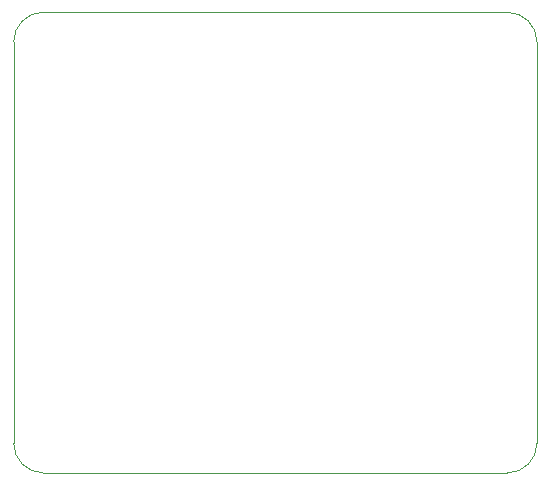
<source format=gbr>
G04 #@! TF.GenerationSoftware,KiCad,Pcbnew,8.0.4*
G04 #@! TF.CreationDate,2025-01-16T23:08:26-08:00*
G04 #@! TF.ProjectId,GMAX4002_MIPI_Breakout,474d4158-3430-4303-925f-4d4950495f42,rev?*
G04 #@! TF.SameCoordinates,Original*
G04 #@! TF.FileFunction,Profile,NP*
%FSLAX46Y46*%
G04 Gerber Fmt 4.6, Leading zero omitted, Abs format (unit mm)*
G04 Created by KiCad (PCBNEW 8.0.4) date 2025-01-16 23:08:26*
%MOMM*%
%LPD*%
G01*
G04 APERTURE LIST*
G04 #@! TA.AperFunction,Profile*
%ADD10C,0.100000*%
G04 #@! TD*
G04 APERTURE END LIST*
D10*
X2500000Y-39000000D02*
X41800000Y-39000000D01*
X44300000Y-36500000D02*
G75*
G02*
X41800000Y-39000000I-2500000J0D01*
G01*
X41800000Y0D02*
G75*
G02*
X44300000Y-2500000I0J-2500000D01*
G01*
X2500000Y-39000000D02*
G75*
G02*
X0Y-36500000I0J2500000D01*
G01*
X0Y-2500000D02*
G75*
G02*
X2500000Y0I2500000J0D01*
G01*
X44300000Y-36500000D02*
X44300000Y-2500000D01*
X0Y-2500000D02*
X0Y-36500000D01*
X41800000Y0D02*
X2500000Y0D01*
M02*

</source>
